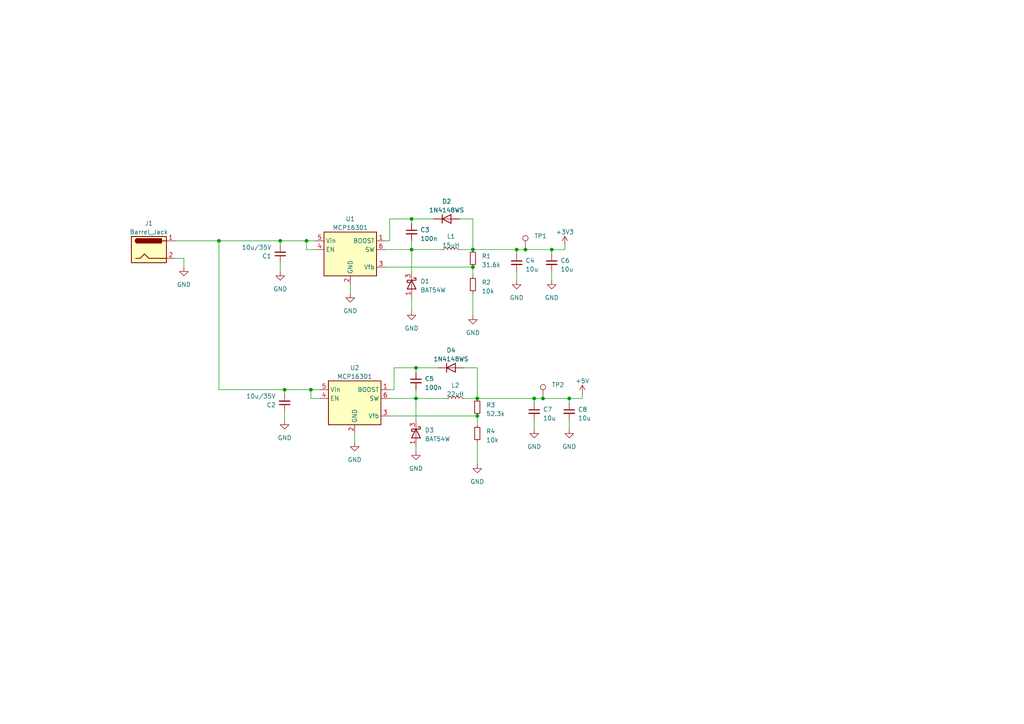
<source format=kicad_sch>
(kicad_sch (version 20230121) (generator eeschema)
  (paper "A4")
  (lib_symbols
    (symbol "Connector:Barrel_Jack" (pin_names (offset 1.016))
      (property "Reference" "J" (at 0 5.334 0))
      (property "Value" "Barrel_Jack" (at 0 -5.08 0))
      (symbol "Barrel_Jack_0_1"
        (rectangle (start -5.08 3.81) (end 5.08 -3.81) (stroke (width 0.254)) (fill (type background)))
        (arc (start -3.302 3.175) (mid -3.9343 2.54) (end -3.302 1.905) (stroke (width 0.254)))
        (arc (start -3.302 3.175) (mid -3.9343 2.54) (end -3.302 1.905) (stroke (width 0.254)) (fill (type outline)))
        (polyline (pts (xy 5.08 2.54) (xy 3.81 2.54)) (stroke (width 0.254)))
        (polyline (pts (xy -3.81 -2.54) (xy -2.54 -2.54) (xy -1.27 -1.27) (xy 0 -2.54) (xy 2.54 -2.54) (xy 5.08 -2.54)) (stroke (width 0.254)))
        (rectangle (start 3.683 3.175) (end -3.302 1.905) (stroke (width 0.254)) (fill (type outline)))
      )
      (symbol "Barrel_Jack_1_1"
        (pin passive line (at 7.62 2.54 180) (length 2.54) (name "~") (number "1"))
        (pin passive line (at 7.62 -2.54 180) (length 2.54) (name "~") (number "2"))
      )
    )
    (symbol "Connector:TestPoint" (pin_numbers hide) (pin_names (offset 0.762) hide)
      (property "Reference" "TP" (at 0 6.858 0))
      (property "Value" "TestPoint" (at 0 5.08 0))
      (symbol "TestPoint_0_1"
        (circle (center 0 3.302) (radius 0.762))
      )
      (symbol "TestPoint_1_1"
        (pin passive line (at 0 0 90) (length 2.54) (name "1") (number "1"))
      )
    )
    (symbol "Device:C_Small" (pin_numbers hide) (pin_names (offset 0.254) hide)
      (property "Reference" "C" (at 0.254 1.778 0))
      (property "Value" "C_Small" (at 0.254 -2.032 0))
      (symbol "C_Small_0_1"
        (polyline (pts (xy -1.524 -0.508) (xy 1.524 -0.508)) (stroke (width 0.3302)))
        (polyline (pts (xy -1.524 0.508) (xy 1.524 0.508)) (stroke (width 0.3048)))
      )
      (symbol "C_Small_1_1"
        (pin passive line (at 0 2.54 270) (length 2.032) (name "~") (number "1"))
        (pin passive line (at 0 -2.54 90) (length 2.032) (name "~") (number "2"))
      )
    )
    (symbol "Device:L_Small" (pin_numbers hide) (pin_names (offset 0.254) hide)
      (property "Reference" "L" (at 0.762 1.016 0))
      (property "Value" "L_Small" (at 0.762 -1.016 0))
      (symbol "L_Small_0_1"
        (arc (start 0 -2.032) (mid 0.5058 -1.524) (end 0 -1.016))
        (arc (start 0 -1.016) (mid 0.5058 -0.508) (end 0 0))
        (arc (start 0 0) (mid 0.5058 0.508) (end 0 1.016))
        (arc (start 0 1.016) (mid 0.5058 1.524) (end 0 2.032))
      )
      (symbol "L_Small_1_1"
        (pin passive line (at 0 2.54 270) (length 0.508) (name "~") (number "1"))
        (pin passive line (at 0 -2.54 90) (length 0.508) (name "~") (number "2"))
      )
    )
    (symbol "Device:R_Small" (pin_numbers hide) (pin_names (offset 0.254) hide)
      (property "Reference" "R" (at 0.762 0.508 0))
      (property "Value" "R_Small" (at 0.762 -1.016 0))
      (symbol "R_Small_0_1"
        (rectangle (start -0.762 1.778) (end 0.762 -1.778) (stroke (width 0.2032)))
      )
      (symbol "R_Small_1_1"
        (pin passive line (at 0 2.54 270) (length 0.762) (name "~") (number "1"))
        (pin passive line (at 0 -2.54 90) (length 0.762) (name "~") (number "2"))
      )
    )
    (symbol "Diode:1N4148WS" (pin_numbers hide) (pin_names hide)
      (property "Reference" "D" (at 0 2.54 0))
      (property "Value" "1N4148WS" (at 0 -2.54 0))
      (symbol "1N4148WS_0_1"
        (polyline (pts (xy -1.27 1.27) (xy -1.27 -1.27)) (stroke (width 0.254)))
        (polyline (pts (xy 1.27 0) (xy -1.27 0)))
        (polyline (pts (xy 1.27 1.27) (xy 1.27 -1.27) (xy -1.27 0) (xy 1.27 1.27)) (stroke (width 0.254)))
      )
      (symbol "1N4148WS_1_1"
        (pin passive line (at -3.81 0 0) (length 2.54) (name "K") (number "1"))
        (pin passive line (at 3.81 0 180) (length 2.54) (name "A") (number "2"))
      )
    )
    (symbol "Diode:BAT54W" (pin_names (offset 1.016) hide)
      (property "Reference" "D" (at 0 2.54 0))
      (property "Value" "BAT54W" (at 0 -2.54 0))
      (symbol "BAT54W_0_1"
        (polyline (pts (xy 1.27 0) (xy -1.27 0)))
        (polyline (pts (xy 1.27 1.27) (xy 1.27 -1.27) (xy -1.27 0) (xy 1.27 1.27)) (stroke (width 0.254)))
        (polyline (pts (xy -1.905 0.635) (xy -1.905 1.27) (xy -1.27 1.27) (xy -1.27 -1.27) (xy -0.635 -1.27) (xy -0.635 -0.635)) (stroke (width 0.254)))
      )
      (symbol "BAT54W_1_1"
        (pin passive line (at 3.81 0 180) (length 2.54) (name "A") (number "1"))
        (pin no_connect line (at 0 0 90) (length 2.54) hide (name "NC") (number "2"))
        (pin passive line (at -3.81 0 0) (length 2.54) (name "K") (number "3"))
      )
    )
    (symbol "Regulator_Switching:MCP16301"
      (property "Reference" "U" (at -7.62 6.35 0))
      (property "Value" "MCP16301" (at 0 6.35 0))
      (symbol "MCP16301_0_1"
        (rectangle (start -7.62 5.08) (end 7.62 -7.62) (stroke (width 0.254)) (fill (type background)))
      )
      (symbol "MCP16301_1_1"
        (pin output line (at 10.16 2.54 180) (length 2.54) (name "BOOST") (number "1"))
        (pin power_in line (at 0 -10.16 90) (length 2.54) (name "GND") (number "2"))
        (pin input line (at 10.16 -5.08 180) (length 2.54) (name "Vfb") (number "3"))
        (pin input line (at -10.16 0 0) (length 2.54) (name "EN") (number "4"))
        (pin power_in line (at -10.16 2.54 0) (length 2.54) (name "Vin") (number "5"))
        (pin output line (at 10.16 0 180) (length 2.54) (name "SW") (number "6"))
      )
    )
    (symbol "power:+3V3" (power) (pin_names (offset 0))
      (property "Value" "+3V3" (at 0 3.556 0))
      (symbol "+3V3_0_1"
        (polyline (pts (xy -0.762 1.27) (xy 0 2.54)))
        (polyline (pts (xy 0 0) (xy 0 2.54)))
        (polyline (pts (xy 0 2.54) (xy 0.762 1.27)))
      )
      (symbol "+3V3_1_1"
        (pin power_in line (at 0 0 90) (length 0) hide (name "+3V3") (number "1"))
      )
    )
    (symbol "power:+5V" (power) (pin_names (offset 0))
      (property "Value" "+5V" (at 0 3.556 0))
      (symbol "+5V_0_1"
        (polyline (pts (xy -0.762 1.27) (xy 0 2.54)))
        (polyline (pts (xy 0 0) (xy 0 2.54)))
        (polyline (pts (xy 0 2.54) (xy 0.762 1.27)))
      )
      (symbol "+5V_1_1"
        (pin power_in line (at 0 0 90) (length 0) hide (name "+5V") (number "1"))
      )
    )
    (symbol "power:GND" (power) (pin_names (offset 0))
      (property "Value" "GND" (at 0 -3.81 0))
      (symbol "GND_0_1"
        (polyline (pts (xy 0 0) (xy 0 -1.27) (xy 1.27 -1.27) (xy 0 -2.54) (xy -1.27 -1.27) (xy 0 -1.27)))
      )
      (symbol "GND_1_1"
        (pin power_in line (at 0 0 270) (length 0) hide (name "GND") (number "1"))
      )
    )
  )
  (junction (at 88.9 69.85))
  (junction (at 154.94 115.57))
  (junction (at 138.43 115.57))
  (junction (at 82.55 113.03))
  (junction (at 120.65 106.68))
  (junction (at 165.1 115.57))
  (junction (at 137.16 72.39))
  (junction (at 149.86 72.39))
  (junction (at 120.65 115.57))
  (junction (at 63.5 69.85))
  (junction (at 138.43 120.65))
  (junction (at 90.17 113.03))
  (junction (at 119.38 63.5))
  (junction (at 137.16 77.47))
  (junction (at 119.38 72.39))
  (junction (at 157.48 115.57))
  (junction (at 152.4 72.39))
  (junction (at 160.02 72.39))
  (junction (at 81.28 69.85))
  (wire (pts (xy 119.38 63.5) (xy 119.38 64.77)))
  (wire (pts (xy 53.34 74.93) (xy 50.8 74.93)))
  (wire (pts (xy 165.1 121.92) (xy 165.1 124.46)))
  (wire (pts (xy 63.5 113.03) (xy 63.5 69.85)))
  (wire (pts (xy 168.91 114.3) (xy 168.91 115.57)))
  (wire (pts (xy 91.44 72.39) (xy 88.9 72.39)))
  (wire (pts (xy 137.16 77.47) (xy 137.16 80.01)))
  (wire (pts (xy 92.71 113.03) (xy 90.17 113.03)))
  (wire (pts (xy 119.38 86.36) (xy 119.38 90.17)))
  (wire (pts (xy 119.38 78.74) (xy 119.38 72.39)))
  (wire (pts (xy 92.71 115.57) (xy 90.17 115.57)))
  (wire (pts (xy 137.16 72.39) (xy 137.16 63.5)))
  (wire (pts (xy 154.94 115.57) (xy 157.48 115.57)))
  (wire (pts (xy 113.03 115.57) (xy 120.65 115.57)))
  (wire (pts (xy 82.55 119.38) (xy 82.55 121.92)))
  (wire (pts (xy 90.17 115.57) (xy 90.17 113.03)))
  (wire (pts (xy 160.02 72.39) (xy 163.83 72.39)))
  (wire (pts (xy 165.1 115.57) (xy 165.1 116.84)))
  (wire (pts (xy 120.65 115.57) (xy 120.65 113.03)))
  (wire (pts (xy 137.16 72.39) (xy 149.86 72.39)))
  (wire (pts (xy 160.02 72.39) (xy 160.02 73.66)))
  (wire (pts (xy 102.87 125.73) (xy 102.87 128.27)))
  (wire (pts (xy 149.86 72.39) (xy 149.86 73.66)))
  (wire (pts (xy 82.55 113.03) (xy 82.55 114.3)))
  (wire (pts (xy 120.65 106.68) (xy 120.65 107.95)))
  (wire (pts (xy 120.65 115.57) (xy 129.54 115.57)))
  (wire (pts (xy 119.38 72.39) (xy 128.27 72.39)))
  (wire (pts (xy 138.43 106.68) (xy 138.43 115.57)))
  (wire (pts (xy 113.03 69.85) (xy 113.03 63.5)))
  (wire (pts (xy 88.9 69.85) (xy 81.28 69.85)))
  (wire (pts (xy 134.62 115.57) (xy 138.43 115.57)))
  (wire (pts (xy 111.76 69.85) (xy 113.03 69.85)))
  (wire (pts (xy 138.43 128.27) (xy 138.43 134.62)))
  (wire (pts (xy 111.76 72.39) (xy 119.38 72.39)))
  (wire (pts (xy 138.43 120.65) (xy 138.43 123.19)))
  (wire (pts (xy 152.4 72.39) (xy 160.02 72.39)))
  (wire (pts (xy 138.43 115.57) (xy 154.94 115.57)))
  (wire (pts (xy 133.35 63.5) (xy 137.16 63.5)))
  (wire (pts (xy 82.55 113.03) (xy 63.5 113.03)))
  (wire (pts (xy 120.65 121.92) (xy 120.65 115.57)))
  (wire (pts (xy 81.28 69.85) (xy 81.28 71.12)))
  (wire (pts (xy 163.83 71.12) (xy 163.83 72.39)))
  (wire (pts (xy 111.76 77.47) (xy 137.16 77.47)))
  (wire (pts (xy 160.02 78.74) (xy 160.02 81.28)))
  (wire (pts (xy 91.44 69.85) (xy 88.9 69.85)))
  (wire (pts (xy 119.38 63.5) (xy 125.73 63.5)))
  (wire (pts (xy 90.17 113.03) (xy 82.55 113.03)))
  (wire (pts (xy 88.9 72.39) (xy 88.9 69.85)))
  (wire (pts (xy 101.6 82.55) (xy 101.6 85.09)))
  (wire (pts (xy 133.35 72.39) (xy 137.16 72.39)))
  (wire (pts (xy 134.62 106.68) (xy 138.43 106.68)))
  (wire (pts (xy 50.8 69.85) (xy 63.5 69.85)))
  (wire (pts (xy 137.16 85.09) (xy 137.16 91.44)))
  (wire (pts (xy 113.03 120.65) (xy 138.43 120.65)))
  (wire (pts (xy 53.34 77.47) (xy 53.34 74.93)))
  (wire (pts (xy 149.86 72.39) (xy 152.4 72.39)))
  (wire (pts (xy 149.86 78.74) (xy 149.86 81.28)))
  (wire (pts (xy 157.48 115.57) (xy 165.1 115.57)))
  (wire (pts (xy 114.3 113.03) (xy 114.3 106.68)))
  (wire (pts (xy 119.38 72.39) (xy 119.38 69.85)))
  (wire (pts (xy 81.28 76.2) (xy 81.28 78.74)))
  (wire (pts (xy 113.03 113.03) (xy 114.3 113.03)))
  (wire (pts (xy 165.1 115.57) (xy 168.91 115.57)))
  (wire (pts (xy 120.65 129.54) (xy 120.65 130.81)))
  (wire (pts (xy 113.03 63.5) (xy 119.38 63.5)))
  (wire (pts (xy 154.94 115.57) (xy 154.94 116.84)))
  (wire (pts (xy 120.65 106.68) (xy 127 106.68)))
  (wire (pts (xy 154.94 121.92) (xy 154.94 124.46)))
  (wire (pts (xy 114.3 106.68) (xy 120.65 106.68)))
  (wire (pts (xy 63.5 69.85) (xy 81.28 69.85)))
  (symbol (lib_id "power:GND") (at 82.55 121.92 0) (unit 1)
    (property "Reference" "#PWR04" (effects hide))
    (property "Value" "GND" (at 82.55 127 0))
  )
  (symbol (lib_id "power:GND") (at 137.16 91.44 0) (unit 1)
    (property "Reference" "#PWR06" (effects hide))
    (property "Value" "GND" (at 137.16 96.52 0))
  )
  (symbol (lib_id "Diode:1N4148WS") (at 130.81 106.68 0) (unit 1)
    (property "Reference" "D4" (at 130.81 101.6 0))
    (property "Value" "1N4148WS" (at 130.81 104.14 0))
    (property "Footprint" "Diode_SMD:D_SOD-323" (effects hide))
    (property "Datasheet" "https://www.vishay.com/docs/85751/1n4148ws.pdf" (effects hide))
    (property "Sim.Device" "D" (effects hide))
    (property "Sim.Pins" "1=K 2=A" (effects hide))
    (property "PN" "1N4148WS-7-F" (effects hide))
  )
  (symbol (lib_id "Diode:BAT54W") (at 120.65 125.73 270) (unit 1)
    (property "Reference" "D3" (at 123.19 124.7775 90) (effects (justify left)))
    (property "Value" "BAT54W" (at 123.19 127.3175 90) (effects (justify left)))
    (property "Footprint" "Package_TO_SOT_SMD:SOT-323_SC-70" (effects hide))
    (property "Datasheet" "https://assets.nexperia.com/documents/data-sheet/BAT54W_SER.pdf" (effects hide))
    (property "PN" "2306002" (effects hide))
  )
  (symbol (lib_id "Regulator_Switching:MCP16301") (at 101.6 72.39 0) (unit 1)
    (property "Reference" "U1" (at 101.6 63.5 0))
    (property "Value" "MCP16301" (at 101.6 66.04 0))
    (property "Footprint" "Package_TO_SOT_SMD:SOT-23-6" (effects hide))
    (property "Datasheet" "http://ww1.microchip.com/downloads/en/DeviceDoc/20005004D.pdf" (effects hide))
    (property "PN" "2009288" (effects hide))
  )
  (symbol (lib_id "Device:C_Small") (at 149.86 76.2 0) (unit 1)
    (property "Reference" "C4" (at 152.4 75.5713 0) (effects (justify left)))
    (property "Value" "10u" (at 152.4 78.1113 0) (effects (justify left)))
    (property "Footprint" "Capacitor_SMD:C_0805_2012Metric" (effects hide))
    (property "PN" "0805ZC106KAT2A" (effects hide))
  )
  (symbol (lib_id "power:GND") (at 138.43 134.62 0) (unit 1)
    (property "Reference" "#PWR011" (effects hide))
    (property "Value" "GND" (at 138.43 139.7 0))
  )
  (symbol (lib_id "Device:R_Small") (at 137.16 82.55 0) (unit 1)
    (property "Reference" "R2" (at 139.7 81.915 0) (effects (justify left)))
    (property "Value" "10k" (at 139.7 84.455 0) (effects (justify left)))
  )
  (symbol (lib_id "Device:C_Small") (at 165.1 119.38 0) (unit 1)
    (property "Reference" "C8" (at 167.64 118.7513 0) (effects (justify left)))
    (property "Value" "10u" (at 167.64 121.2913 0) (effects (justify left)))
    (property "Footprint" "Capacitor_SMD:C_0805_2012Metric" (effects hide))
    (property "PN" "0805ZC106KAT2A" (effects hide))
  )
  (symbol (lib_id "Device:C_Small") (at 81.28 73.66 180) (unit 1)
    (property "Reference" "C1" (at 78.74 74.2887 0) (effects (justify left)))
    (property "Value" "10u/35V" (at 78.74 71.7487 0) (effects (justify left)))
    (property "Footprint" "Capacitor_SMD:C_1206_3216Metric" (effects hide))
    (property "PN" "2803344" (effects hide))
  )
  (symbol (lib_id "power:GND") (at 120.65 130.81 0) (unit 1)
    (property "Reference" "#PWR05" (effects hide))
    (property "Value" "GND" (at 120.65 135.89 0))
  )
  (symbol (lib_id "Device:R_Small") (at 137.16 74.93 0) (unit 1)
    (property "Reference" "R1" (at 139.7 74.295 0) (effects (justify left)))
    (property "Value" "31.6k" (at 139.7 76.835 0) (effects (justify left)))
  )
  (symbol (lib_id "Device:C_Small") (at 82.55 116.84 180) (unit 1)
    (property "Reference" "C2" (at 80.01 117.4687 0) (effects (justify left)))
    (property "Value" "10u/35V" (at 80.01 114.9287 0) (effects (justify left)))
    (property "Footprint" "Capacitor_SMD:C_1206_3216Metric" (effects hide))
    (property "PN" "2803344" (effects hide))
  )
  (symbol (lib_id "power:GND") (at 149.86 81.28 0) (unit 1)
    (property "Reference" "#PWR08" (effects hide))
    (property "Value" "GND" (at 149.86 86.36 0))
  )
  (symbol (lib_id "power:+3V3") (at 163.83 71.12 0) (unit 1)
    (property "Reference" "#PWR07" (effects hide))
    (property "Value" "+3V3" (at 163.83 67.31 0))
  )
  (symbol (lib_id "power:GND") (at 53.34 77.47 0) (unit 1)
    (property "Reference" "#PWR01" (effects hide))
    (property "Value" "GND" (at 53.34 82.55 0))
  )
  (symbol (lib_id "power:GND") (at 102.87 128.27 0) (unit 1)
    (property "Reference" "#PWR015" (effects hide))
    (property "Value" "GND" (at 102.87 133.35 0))
  )
  (symbol (lib_id "Diode:BAT54W") (at 119.38 82.55 270) (unit 1)
    (property "Reference" "D1" (at 121.92 81.5975 90) (effects (justify left)))
    (property "Value" "BAT54W" (at 121.92 84.1375 90) (effects (justify left)))
    (property "Footprint" "Package_TO_SOT_SMD:SOT-323_SC-70" (effects hide))
    (property "Datasheet" "https://assets.nexperia.com/documents/data-sheet/BAT54W_SER.pdf" (effects hide))
    (property "PN" "2306002" (effects hide))
  )
  (symbol (lib_id "power:GND") (at 81.28 78.74 0) (unit 1)
    (property "Reference" "#PWR03" (effects hide))
    (property "Value" "GND" (at 81.28 83.82 0))
  )
  (symbol (lib_id "power:+5V") (at 168.91 114.3 0) (unit 1)
    (property "Reference" "#PWR014" (effects hide))
    (property "Value" "+5V" (at 168.91 110.49 0))
  )
  (symbol (lib_id "Diode:1N4148WS") (at 129.54 63.5 0) (unit 1)
    (property "Reference" "D2" (at 129.54 58.42 0))
    (property "Value" "1N4148WS" (at 129.54 60.96 0))
    (property "Footprint" "Diode_SMD:D_SOD-323" (effects hide))
    (property "Datasheet" "https://www.vishay.com/docs/85751/1n4148ws.pdf" (effects hide))
    (property "Sim.Device" "D" (effects hide))
    (property "Sim.Pins" "1=K 2=A" (effects hide))
    (property "PN" "1N4148WS-7-F" (effects hide))
  )
  (symbol (lib_id "Device:C_Small") (at 154.94 119.38 0) (unit 1)
    (property "Reference" "C7" (at 157.48 118.7513 0) (effects (justify left)))
    (property "Value" "10u" (at 157.48 121.2913 0) (effects (justify left)))
    (property "Footprint" "Capacitor_SMD:C_0805_2012Metric" (effects hide))
    (property "PN" "0805ZC106KAT2A" (effects hide))
  )
  (symbol (lib_id "power:GND") (at 160.02 81.28 0) (unit 1)
    (property "Reference" "#PWR09" (effects hide))
    (property "Value" "GND" (at 160.02 86.36 0))
  )
  (symbol (lib_id "Connector:TestPoint") (at 152.4 72.39 0) (unit 1)
    (property "Reference" "TP1" (at 154.94 68.453 0) (effects (justify left)))
    (property "Value" "TestPoint" (effects hide))
  )
  (symbol (lib_id "Regulator_Switching:MCP16301") (at 102.87 115.57 0) (unit 1)
    (property "Reference" "U2" (at 102.87 106.68 0))
    (property "Value" "MCP16301" (at 102.87 109.22 0))
    (property "Footprint" "Package_TO_SOT_SMD:SOT-23-6" (effects hide))
    (property "Datasheet" "http://ww1.microchip.com/downloads/en/DeviceDoc/20005004D.pdf" (effects hide))
    (property "PN" "2009288" (effects hide))
  )
  (symbol (lib_id "power:GND") (at 119.38 90.17 0) (unit 1)
    (property "Reference" "#PWR02" (effects hide))
    (property "Value" "GND" (at 119.38 95.25 0))
  )
  (symbol (lib_id "Connector:TestPoint") (at 157.48 115.57 0) (unit 1)
    (property "Reference" "TP2" (at 160.02 111.633 0) (effects (justify left)))
    (property "Value" "TestPoint" (effects hide))
  )
  (symbol (lib_id "Device:L_Small") (at 130.81 72.39 90) (unit 1)
    (property "Reference" "L1" (at 130.81 68.58 90))
    (property "Value" "15uH" (at 130.81 71.12 90))
    (property "PN" "3651808" (effects hide))
  )
  (symbol (lib_id "power:GND") (at 101.6 85.09 0) (unit 1)
    (property "Reference" "#PWR010" (effects hide))
    (property "Value" "GND" (at 101.6 90.17 0))
  )
  (symbol (lib_id "Device:C_Small") (at 160.02 76.2 0) (unit 1)
    (property "Reference" "C6" (at 162.56 75.5713 0) (effects (justify left)))
    (property "Value" "10u" (at 162.56 78.1113 0) (effects (justify left)))
    (property "Footprint" "Capacitor_SMD:C_0805_2012Metric" (effects hide))
    (property "PN" "0805ZC106KAT2A" (effects hide))
  )
  (symbol (lib_id "power:GND") (at 165.1 124.46 0) (unit 1)
    (property "Reference" "#PWR013" (effects hide))
    (property "Value" "GND" (at 165.1 129.54 0))
  )
  (symbol (lib_id "Device:R_Small") (at 138.43 125.73 0) (unit 1)
    (property "Reference" "R4" (at 140.97 125.095 0) (effects (justify left)))
    (property "Value" "10k" (at 140.97 127.635 0) (effects (justify left)))
  )
  (symbol (lib_id "power:GND") (at 154.94 124.46 0) (unit 1)
    (property "Reference" "#PWR012" (effects hide))
    (property "Value" "GND" (at 154.94 129.54 0))
  )
  (symbol (lib_id "Device:R_Small") (at 138.43 118.11 0) (unit 1)
    (property "Reference" "R3" (at 140.97 117.475 0) (effects (justify left)))
    (property "Value" "52.3k" (at 140.97 120.015 0) (effects (justify left)))
  )
  (symbol (lib_id "Device:C_Small") (at 119.38 67.31 0) (unit 1)
    (property "Reference" "C3" (at 121.92 66.6813 0) (effects (justify left)))
    (property "Value" "100n" (at 121.92 69.2213 0) (effects (justify left)))
    (property "Footprint" "Capacitor_SMD:C_0603_1608Metric" (effects hide))
    (property "PN" "0603YC104KAT2A" (effects hide))
  )
  (symbol (lib_id "Device:L_Small") (at 132.08 115.57 90) (unit 1)
    (property "Reference" "L2" (at 132.08 111.76 90))
    (property "Value" "22uH" (at 132.08 114.3 90))
    (property "PN" "3651811" (effects hide))
  )
  (symbol (lib_id "Connector:Barrel_Jack") (at 43.18 72.39 0) (unit 1)
    (property "Reference" "J1" (at 43.18 64.77 0))
    (property "Value" "Barrel_Jack" (at 43.18 67.31 0))
  )
  (symbol (lib_id "Device:C_Small") (at 120.65 110.49 0) (unit 1)
    (property "Reference" "C5" (at 123.19 109.8613 0) (effects (justify left)))
    (property "Value" "100n" (at 123.19 112.4013 0) (effects (justify left)))
    (property "Footprint" "Capacitor_SMD:C_0603_1608Metric" (effects hide))
    (property "PN" "0603YC104KAT2A" (effects hide))
  )
)
</source>
